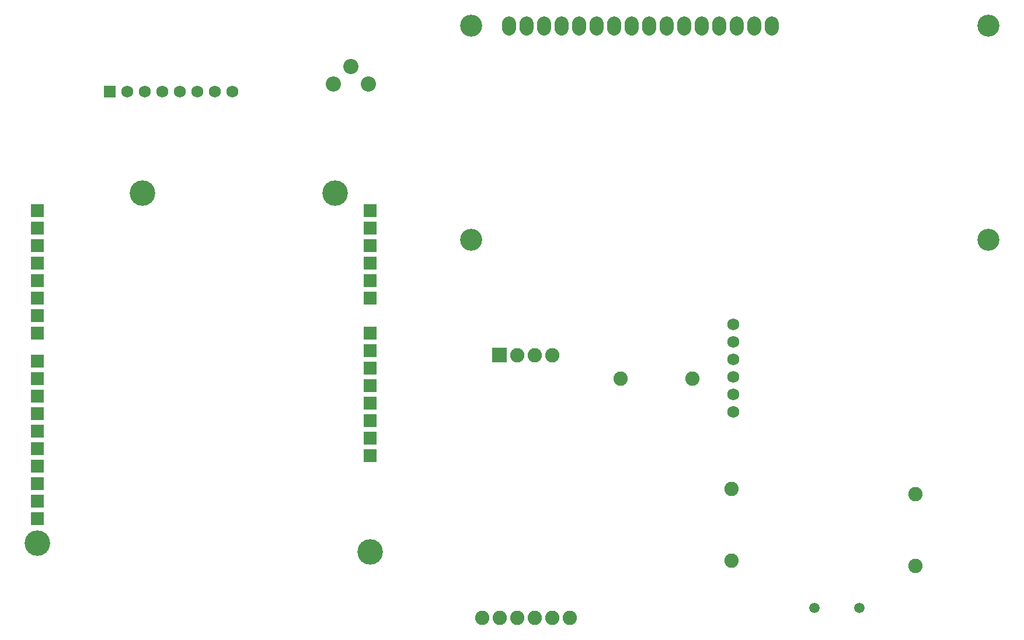
<source format=gbs>
G04 Layer: BottomSolderMaskLayer*
G04 EasyEDA v6.4.7, 2021-01-23T14:16:31+05:30*
G04 c51e990780d247319b14f838fd0acc24,02e763260c664b4eba746f00e1d76479,10*
G04 Gerber Generator version 0.2*
G04 Scale: 100 percent, Rotated: No, Reflected: No *
G04 Dimensions in millimeters *
G04 leading zeros omitted , absolute positions ,3 integer and 3 decimal *
%FSLAX33Y33*%
%MOMM*%
G90*
D02*

%ADD28C,2.003196*%
%ADD29R,1.879600X1.879600*%
%ADD30C,3.703193*%
%ADD32C,2.082800*%
%ADD34C,2.203196*%
%ADD35C,1.727200*%
%ADD36C,3.203194*%
%ADD37C,1.503680*%

%LPD*%
G54D28*
G01X74999Y95138D02*
G01X74999Y94338D01*
G01X77539Y95138D02*
G01X77539Y94338D01*
G01X80079Y95138D02*
G01X80079Y94338D01*
G01X82619Y95138D02*
G01X82619Y94338D01*
G01X85159Y95138D02*
G01X85159Y94338D01*
G01X87699Y95138D02*
G01X87699Y94338D01*
G01X90239Y95138D02*
G01X90239Y94338D01*
G01X92779Y95138D02*
G01X92779Y94338D01*
G01X95319Y95138D02*
G01X95319Y94338D01*
G01X97859Y95138D02*
G01X97859Y94338D01*
G01X100399Y95138D02*
G01X100399Y94338D01*
G01X102939Y95138D02*
G01X102939Y94338D01*
G01X105479Y95138D02*
G01X105479Y94338D01*
G01X108019Y95138D02*
G01X108019Y94338D01*
G01X110559Y95138D02*
G01X110559Y94338D01*
G01X113099Y95138D02*
G01X113099Y94338D01*
G54D29*
G01X6542Y57774D03*
G01X54802Y55234D03*
G01X6542Y60314D03*
G01X6542Y62854D03*
G01X6542Y65394D03*
G01X6542Y67934D03*
G01X6542Y55234D03*
G01X6542Y52694D03*
G01X6542Y50154D03*
G01X6542Y46090D03*
G01X6542Y43550D03*
G01X6542Y41010D03*
G01X6542Y38470D03*
G01X6542Y35930D03*
G01X6542Y33390D03*
G01X6542Y30850D03*
G01X6542Y28310D03*
G01X54802Y57774D03*
G01X54802Y60314D03*
G01X54802Y62854D03*
G01X54802Y65394D03*
G01X54802Y67934D03*
G01X54802Y50154D03*
G01X54802Y47614D03*
G01X54802Y45074D03*
G01X54802Y42534D03*
G01X54802Y39994D03*
G01X54802Y37454D03*
G01X6542Y25770D03*
G01X6542Y23230D03*
G01X54802Y34914D03*
G01X54802Y32374D03*
G54D30*
G01X6542Y19674D03*
G01X54802Y18404D03*
G01X49722Y70474D03*
G01X21782Y70474D03*
G36*
G01X72557Y45938D02*
G01X72557Y48021D01*
G01X74640Y48021D01*
G01X74640Y45938D01*
G01X72557Y45938D01*
G37*
G54D32*
G01X76138Y46979D03*
G01X78678Y46979D03*
G01X81218Y46979D03*
G01X71058Y8879D03*
G01X73598Y8879D03*
G01X76138Y8879D03*
G01X78678Y8879D03*
G01X81218Y8879D03*
G01X83758Y8879D03*
G54D34*
G01X49468Y86349D03*
G01X52008Y88889D03*
G01X54548Y86349D03*
G54D35*
G01X107507Y51424D03*
G01X107507Y48884D03*
G01X107507Y46344D03*
G01X107507Y43804D03*
G01X107507Y41264D03*
G01X107507Y38724D03*
G54D32*
G01X91132Y43550D03*
G01X101531Y43550D03*
G01X133923Y16380D03*
G01X133923Y26779D03*
G01X107253Y17142D03*
G01X107253Y27541D03*
G54D36*
G01X69500Y94738D03*
G01X69500Y63737D03*
G01X144499Y63737D03*
G01X144499Y94738D03*
G54D37*
G01X119242Y10276D03*
G01X125745Y10276D03*
G54D35*
G01X34863Y85206D03*
G01X32323Y85206D03*
G01X29783Y85206D03*
G01X27243Y85206D03*
G01X24703Y85206D03*
G01X22163Y85206D03*
G01X19623Y85206D03*
G36*
G01X16220Y84343D02*
G01X16220Y86070D01*
G01X17947Y86070D01*
G01X17947Y84343D01*
G01X16220Y84343D01*
G37*
M00*
M02*

</source>
